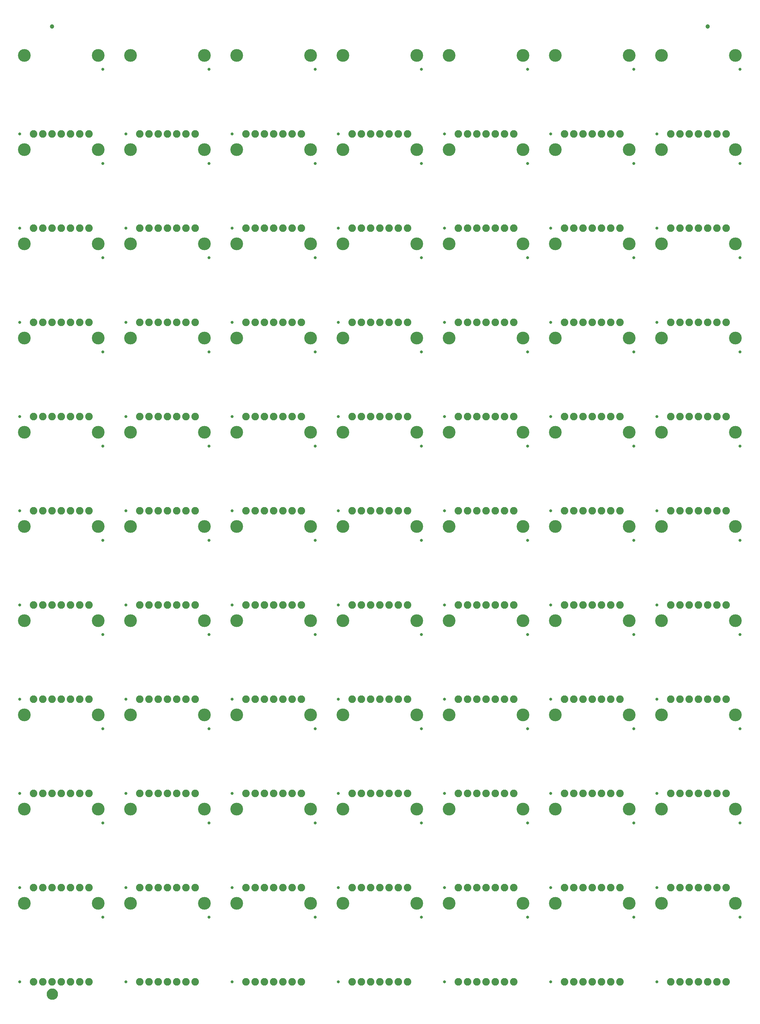
<source format=gbs>
G75*
%MOIN*%
%OFA0B0*%
%FSLAX25Y25*%
%IPPOS*%
%LPD*%
%AMOC8*
5,1,8,0,0,1.08239X$1,22.5*
%
%ADD10C,0.13800*%
%ADD11C,0.03300*%
%ADD12C,0.08200*%
%ADD13C,0.04737*%
%ADD14C,0.05000*%
%ADD15C,0.06706*%
D10*
X0051500Y0118500D03*
X0051500Y0220500D03*
X0131500Y0220500D03*
X0166500Y0220500D03*
X0246500Y0220500D03*
X0281500Y0220500D03*
X0361500Y0220500D03*
X0396500Y0220500D03*
X0476500Y0220500D03*
X0511500Y0220500D03*
X0591500Y0220500D03*
X0626500Y0220500D03*
X0706500Y0220500D03*
X0741500Y0220500D03*
X0741500Y0118500D03*
X0706500Y0118500D03*
X0626500Y0118500D03*
X0591500Y0118500D03*
X0511500Y0118500D03*
X0476500Y0118500D03*
X0396500Y0118500D03*
X0361500Y0118500D03*
X0281500Y0118500D03*
X0246500Y0118500D03*
X0166500Y0118500D03*
X0131500Y0118500D03*
X0131500Y0322500D03*
X0166500Y0322500D03*
X0246500Y0322500D03*
X0281500Y0322500D03*
X0361500Y0322500D03*
X0396500Y0322500D03*
X0476500Y0322500D03*
X0511500Y0322500D03*
X0591500Y0322500D03*
X0626500Y0322500D03*
X0706500Y0322500D03*
X0741500Y0322500D03*
X0741500Y0424500D03*
X0706500Y0424500D03*
X0626500Y0424500D03*
X0591500Y0424500D03*
X0511500Y0424500D03*
X0476500Y0424500D03*
X0396500Y0424500D03*
X0361500Y0424500D03*
X0281500Y0424500D03*
X0246500Y0424500D03*
X0166500Y0424500D03*
X0131500Y0424500D03*
X0131500Y0526500D03*
X0166500Y0526500D03*
X0246500Y0526500D03*
X0281500Y0526500D03*
X0361500Y0526500D03*
X0396500Y0526500D03*
X0476500Y0526500D03*
X0511500Y0526500D03*
X0591500Y0526500D03*
X0626500Y0526500D03*
X0706500Y0526500D03*
X0741500Y0526500D03*
X0821500Y0526500D03*
X0821500Y0424500D03*
X0821500Y0322500D03*
X0821500Y0220500D03*
X0821500Y0118500D03*
X0821500Y0628500D03*
X0821500Y0730500D03*
X0741500Y0730500D03*
X0706500Y0730500D03*
X0626500Y0730500D03*
X0591500Y0730500D03*
X0511500Y0730500D03*
X0476500Y0730500D03*
X0396500Y0730500D03*
X0361500Y0730500D03*
X0281500Y0730500D03*
X0246500Y0730500D03*
X0166500Y0730500D03*
X0131500Y0730500D03*
X0131500Y0628500D03*
X0166500Y0628500D03*
X0246500Y0628500D03*
X0281500Y0628500D03*
X0361500Y0628500D03*
X0396500Y0628500D03*
X0476500Y0628500D03*
X0511500Y0628500D03*
X0591500Y0628500D03*
X0626500Y0628500D03*
X0706500Y0628500D03*
X0741500Y0628500D03*
X0741500Y0832500D03*
X0706500Y0832500D03*
X0626500Y0832500D03*
X0591500Y0832500D03*
X0511500Y0832500D03*
X0476500Y0832500D03*
X0396500Y0832500D03*
X0361500Y0832500D03*
X0281500Y0832500D03*
X0246500Y0832500D03*
X0166500Y0832500D03*
X0131500Y0832500D03*
X0131500Y0934500D03*
X0166500Y0934500D03*
X0246500Y0934500D03*
X0281500Y0934500D03*
X0361500Y0934500D03*
X0396500Y0934500D03*
X0476500Y0934500D03*
X0511500Y0934500D03*
X0591500Y0934500D03*
X0626500Y0934500D03*
X0706500Y0934500D03*
X0741500Y0934500D03*
X0821500Y0934500D03*
X0821500Y0832500D03*
X0821500Y1036500D03*
X0741500Y1036500D03*
X0706500Y1036500D03*
X0626500Y1036500D03*
X0591500Y1036500D03*
X0511500Y1036500D03*
X0476500Y1036500D03*
X0396500Y1036500D03*
X0361500Y1036500D03*
X0281500Y1036500D03*
X0246500Y1036500D03*
X0166500Y1036500D03*
X0131500Y1036500D03*
X0051500Y1036500D03*
X0051500Y0934500D03*
X0051500Y0832500D03*
X0051500Y0730500D03*
X0051500Y0628500D03*
X0051500Y0526500D03*
X0051500Y0424500D03*
X0051500Y0322500D03*
D11*
X0046500Y0033500D03*
X0046500Y0135500D03*
X0136500Y0103500D03*
X0161500Y0135500D03*
X0136500Y0205500D03*
X0161500Y0237500D03*
X0136500Y0307500D03*
X0161500Y0339500D03*
X0136500Y0409500D03*
X0161500Y0441500D03*
X0136500Y0511500D03*
X0161500Y0543500D03*
X0136500Y0613500D03*
X0161500Y0645500D03*
X0136500Y0715500D03*
X0161500Y0747500D03*
X0136500Y0817500D03*
X0161500Y0849500D03*
X0136500Y0919500D03*
X0161500Y0951500D03*
X0136500Y1021500D03*
X0046500Y0951500D03*
X0046500Y0849500D03*
X0046500Y0747500D03*
X0046500Y0645500D03*
X0046500Y0543500D03*
X0046500Y0441500D03*
X0046500Y0339500D03*
X0046500Y0237500D03*
X0161500Y0033500D03*
X0251500Y0103500D03*
X0276500Y0135500D03*
X0251500Y0205500D03*
X0276500Y0237500D03*
X0251500Y0307500D03*
X0276500Y0339500D03*
X0251500Y0409500D03*
X0276500Y0441500D03*
X0251500Y0511500D03*
X0276500Y0543500D03*
X0251500Y0613500D03*
X0276500Y0645500D03*
X0251500Y0715500D03*
X0276500Y0747500D03*
X0251500Y0817500D03*
X0276500Y0849500D03*
X0251500Y0919500D03*
X0276500Y0951500D03*
X0251500Y1021500D03*
X0366500Y1021500D03*
X0391500Y0951500D03*
X0366500Y0919500D03*
X0391500Y0849500D03*
X0366500Y0817500D03*
X0391500Y0747500D03*
X0366500Y0715500D03*
X0391500Y0645500D03*
X0366500Y0613500D03*
X0391500Y0543500D03*
X0366500Y0511500D03*
X0391500Y0441500D03*
X0366500Y0409500D03*
X0391500Y0339500D03*
X0366500Y0307500D03*
X0391500Y0237500D03*
X0366500Y0205500D03*
X0391500Y0135500D03*
X0366500Y0103500D03*
X0391500Y0033500D03*
X0481500Y0103500D03*
X0506500Y0135500D03*
X0481500Y0205500D03*
X0506500Y0237500D03*
X0481500Y0307500D03*
X0506500Y0339500D03*
X0481500Y0409500D03*
X0506500Y0441500D03*
X0481500Y0511500D03*
X0506500Y0543500D03*
X0481500Y0613500D03*
X0506500Y0645500D03*
X0481500Y0715500D03*
X0506500Y0747500D03*
X0481500Y0817500D03*
X0506500Y0849500D03*
X0481500Y0919500D03*
X0506500Y0951500D03*
X0481500Y1021500D03*
X0596500Y1021500D03*
X0621500Y0951500D03*
X0596500Y0919500D03*
X0621500Y0849500D03*
X0596500Y0817500D03*
X0621500Y0747500D03*
X0596500Y0715500D03*
X0621500Y0645500D03*
X0596500Y0613500D03*
X0621500Y0543500D03*
X0596500Y0511500D03*
X0621500Y0441500D03*
X0596500Y0409500D03*
X0621500Y0339500D03*
X0596500Y0307500D03*
X0621500Y0237500D03*
X0596500Y0205500D03*
X0621500Y0135500D03*
X0596500Y0103500D03*
X0621500Y0033500D03*
X0711500Y0103500D03*
X0736500Y0135500D03*
X0711500Y0205500D03*
X0736500Y0237500D03*
X0711500Y0307500D03*
X0736500Y0339500D03*
X0711500Y0409500D03*
X0736500Y0441500D03*
X0711500Y0511500D03*
X0736500Y0543500D03*
X0711500Y0613500D03*
X0736500Y0645500D03*
X0711500Y0715500D03*
X0736500Y0747500D03*
X0711500Y0817500D03*
X0736500Y0849500D03*
X0711500Y0919500D03*
X0736500Y0951500D03*
X0711500Y1021500D03*
X0826500Y1021500D03*
X0826500Y0919500D03*
X0826500Y0817500D03*
X0826500Y0715500D03*
X0826500Y0613500D03*
X0826500Y0511500D03*
X0826500Y0409500D03*
X0826500Y0307500D03*
X0826500Y0205500D03*
X0826500Y0103500D03*
X0736500Y0033500D03*
X0506500Y0033500D03*
X0276500Y0033500D03*
D12*
X0291500Y0033500D03*
X0301500Y0033500D03*
X0311500Y0033500D03*
X0321500Y0033500D03*
X0331500Y0033500D03*
X0341500Y0033500D03*
X0351500Y0033500D03*
X0406500Y0033500D03*
X0416500Y0033500D03*
X0426500Y0033500D03*
X0436500Y0033500D03*
X0446500Y0033500D03*
X0456500Y0033500D03*
X0466500Y0033500D03*
X0521500Y0033500D03*
X0531500Y0033500D03*
X0541500Y0033500D03*
X0551500Y0033500D03*
X0561500Y0033500D03*
X0571500Y0033500D03*
X0581500Y0033500D03*
X0636500Y0033500D03*
X0646500Y0033500D03*
X0656500Y0033500D03*
X0666500Y0033500D03*
X0676500Y0033500D03*
X0686500Y0033500D03*
X0696500Y0033500D03*
X0751500Y0033500D03*
X0761500Y0033500D03*
X0771500Y0033500D03*
X0781500Y0033500D03*
X0791500Y0033500D03*
X0801500Y0033500D03*
X0811500Y0033500D03*
X0811500Y0135500D03*
X0801500Y0135500D03*
X0791500Y0135500D03*
X0781500Y0135500D03*
X0771500Y0135500D03*
X0761500Y0135500D03*
X0751500Y0135500D03*
X0696500Y0135500D03*
X0686500Y0135500D03*
X0676500Y0135500D03*
X0666500Y0135500D03*
X0656500Y0135500D03*
X0646500Y0135500D03*
X0636500Y0135500D03*
X0581500Y0135500D03*
X0571500Y0135500D03*
X0561500Y0135500D03*
X0551500Y0135500D03*
X0541500Y0135500D03*
X0531500Y0135500D03*
X0521500Y0135500D03*
X0466500Y0135500D03*
X0456500Y0135500D03*
X0446500Y0135500D03*
X0436500Y0135500D03*
X0426500Y0135500D03*
X0416500Y0135500D03*
X0406500Y0135500D03*
X0351500Y0135500D03*
X0341500Y0135500D03*
X0331500Y0135500D03*
X0321500Y0135500D03*
X0311500Y0135500D03*
X0301500Y0135500D03*
X0291500Y0135500D03*
X0236500Y0135500D03*
X0226500Y0135500D03*
X0216500Y0135500D03*
X0206500Y0135500D03*
X0196500Y0135500D03*
X0186500Y0135500D03*
X0176500Y0135500D03*
X0121500Y0135500D03*
X0111500Y0135500D03*
X0101500Y0135500D03*
X0091500Y0135500D03*
X0081500Y0135500D03*
X0071500Y0135500D03*
X0061500Y0135500D03*
X0061500Y0033500D03*
X0071500Y0033500D03*
X0081500Y0033500D03*
X0091500Y0033500D03*
X0101500Y0033500D03*
X0111500Y0033500D03*
X0121500Y0033500D03*
X0176500Y0033500D03*
X0186500Y0033500D03*
X0196500Y0033500D03*
X0206500Y0033500D03*
X0216500Y0033500D03*
X0226500Y0033500D03*
X0236500Y0033500D03*
X0236500Y0237500D03*
X0226500Y0237500D03*
X0216500Y0237500D03*
X0206500Y0237500D03*
X0196500Y0237500D03*
X0186500Y0237500D03*
X0176500Y0237500D03*
X0121500Y0237500D03*
X0111500Y0237500D03*
X0101500Y0237500D03*
X0091500Y0237500D03*
X0081500Y0237500D03*
X0071500Y0237500D03*
X0061500Y0237500D03*
X0061500Y0339500D03*
X0071500Y0339500D03*
X0081500Y0339500D03*
X0091500Y0339500D03*
X0101500Y0339500D03*
X0111500Y0339500D03*
X0121500Y0339500D03*
X0176500Y0339500D03*
X0186500Y0339500D03*
X0196500Y0339500D03*
X0206500Y0339500D03*
X0216500Y0339500D03*
X0226500Y0339500D03*
X0236500Y0339500D03*
X0291500Y0339500D03*
X0301500Y0339500D03*
X0311500Y0339500D03*
X0321500Y0339500D03*
X0331500Y0339500D03*
X0341500Y0339500D03*
X0351500Y0339500D03*
X0406500Y0339500D03*
X0416500Y0339500D03*
X0426500Y0339500D03*
X0436500Y0339500D03*
X0446500Y0339500D03*
X0456500Y0339500D03*
X0466500Y0339500D03*
X0521500Y0339500D03*
X0531500Y0339500D03*
X0541500Y0339500D03*
X0551500Y0339500D03*
X0561500Y0339500D03*
X0571500Y0339500D03*
X0581500Y0339500D03*
X0636500Y0339500D03*
X0646500Y0339500D03*
X0656500Y0339500D03*
X0666500Y0339500D03*
X0676500Y0339500D03*
X0686500Y0339500D03*
X0696500Y0339500D03*
X0751500Y0339500D03*
X0761500Y0339500D03*
X0771500Y0339500D03*
X0781500Y0339500D03*
X0791500Y0339500D03*
X0801500Y0339500D03*
X0811500Y0339500D03*
X0811500Y0237500D03*
X0801500Y0237500D03*
X0791500Y0237500D03*
X0781500Y0237500D03*
X0771500Y0237500D03*
X0761500Y0237500D03*
X0751500Y0237500D03*
X0696500Y0237500D03*
X0686500Y0237500D03*
X0676500Y0237500D03*
X0666500Y0237500D03*
X0656500Y0237500D03*
X0646500Y0237500D03*
X0636500Y0237500D03*
X0581500Y0237500D03*
X0571500Y0237500D03*
X0561500Y0237500D03*
X0551500Y0237500D03*
X0541500Y0237500D03*
X0531500Y0237500D03*
X0521500Y0237500D03*
X0466500Y0237500D03*
X0456500Y0237500D03*
X0446500Y0237500D03*
X0436500Y0237500D03*
X0426500Y0237500D03*
X0416500Y0237500D03*
X0406500Y0237500D03*
X0351500Y0237500D03*
X0341500Y0237500D03*
X0331500Y0237500D03*
X0321500Y0237500D03*
X0311500Y0237500D03*
X0301500Y0237500D03*
X0291500Y0237500D03*
X0291500Y0441500D03*
X0301500Y0441500D03*
X0311500Y0441500D03*
X0321500Y0441500D03*
X0331500Y0441500D03*
X0341500Y0441500D03*
X0351500Y0441500D03*
X0406500Y0441500D03*
X0416500Y0441500D03*
X0426500Y0441500D03*
X0436500Y0441500D03*
X0446500Y0441500D03*
X0456500Y0441500D03*
X0466500Y0441500D03*
X0521500Y0441500D03*
X0531500Y0441500D03*
X0541500Y0441500D03*
X0551500Y0441500D03*
X0561500Y0441500D03*
X0571500Y0441500D03*
X0581500Y0441500D03*
X0636500Y0441500D03*
X0646500Y0441500D03*
X0656500Y0441500D03*
X0666500Y0441500D03*
X0676500Y0441500D03*
X0686500Y0441500D03*
X0696500Y0441500D03*
X0751500Y0441500D03*
X0761500Y0441500D03*
X0771500Y0441500D03*
X0781500Y0441500D03*
X0791500Y0441500D03*
X0801500Y0441500D03*
X0811500Y0441500D03*
X0811500Y0543500D03*
X0801500Y0543500D03*
X0791500Y0543500D03*
X0781500Y0543500D03*
X0771500Y0543500D03*
X0761500Y0543500D03*
X0751500Y0543500D03*
X0696500Y0543500D03*
X0686500Y0543500D03*
X0676500Y0543500D03*
X0666500Y0543500D03*
X0656500Y0543500D03*
X0646500Y0543500D03*
X0636500Y0543500D03*
X0581500Y0543500D03*
X0571500Y0543500D03*
X0561500Y0543500D03*
X0551500Y0543500D03*
X0541500Y0543500D03*
X0531500Y0543500D03*
X0521500Y0543500D03*
X0466500Y0543500D03*
X0456500Y0543500D03*
X0446500Y0543500D03*
X0436500Y0543500D03*
X0426500Y0543500D03*
X0416500Y0543500D03*
X0406500Y0543500D03*
X0351500Y0543500D03*
X0341500Y0543500D03*
X0331500Y0543500D03*
X0321500Y0543500D03*
X0311500Y0543500D03*
X0301500Y0543500D03*
X0291500Y0543500D03*
X0236500Y0543500D03*
X0226500Y0543500D03*
X0216500Y0543500D03*
X0206500Y0543500D03*
X0196500Y0543500D03*
X0186500Y0543500D03*
X0176500Y0543500D03*
X0121500Y0543500D03*
X0111500Y0543500D03*
X0101500Y0543500D03*
X0091500Y0543500D03*
X0081500Y0543500D03*
X0071500Y0543500D03*
X0061500Y0543500D03*
X0061500Y0441500D03*
X0071500Y0441500D03*
X0081500Y0441500D03*
X0091500Y0441500D03*
X0101500Y0441500D03*
X0111500Y0441500D03*
X0121500Y0441500D03*
X0176500Y0441500D03*
X0186500Y0441500D03*
X0196500Y0441500D03*
X0206500Y0441500D03*
X0216500Y0441500D03*
X0226500Y0441500D03*
X0236500Y0441500D03*
X0236500Y0645500D03*
X0226500Y0645500D03*
X0216500Y0645500D03*
X0206500Y0645500D03*
X0196500Y0645500D03*
X0186500Y0645500D03*
X0176500Y0645500D03*
X0121500Y0645500D03*
X0111500Y0645500D03*
X0101500Y0645500D03*
X0091500Y0645500D03*
X0081500Y0645500D03*
X0071500Y0645500D03*
X0061500Y0645500D03*
X0061500Y0747500D03*
X0071500Y0747500D03*
X0081500Y0747500D03*
X0091500Y0747500D03*
X0101500Y0747500D03*
X0111500Y0747500D03*
X0121500Y0747500D03*
X0176500Y0747500D03*
X0186500Y0747500D03*
X0196500Y0747500D03*
X0206500Y0747500D03*
X0216500Y0747500D03*
X0226500Y0747500D03*
X0236500Y0747500D03*
X0291500Y0747500D03*
X0301500Y0747500D03*
X0311500Y0747500D03*
X0321500Y0747500D03*
X0331500Y0747500D03*
X0341500Y0747500D03*
X0351500Y0747500D03*
X0406500Y0747500D03*
X0416500Y0747500D03*
X0426500Y0747500D03*
X0436500Y0747500D03*
X0446500Y0747500D03*
X0456500Y0747500D03*
X0466500Y0747500D03*
X0521500Y0747500D03*
X0531500Y0747500D03*
X0541500Y0747500D03*
X0551500Y0747500D03*
X0561500Y0747500D03*
X0571500Y0747500D03*
X0581500Y0747500D03*
X0636500Y0747500D03*
X0646500Y0747500D03*
X0656500Y0747500D03*
X0666500Y0747500D03*
X0676500Y0747500D03*
X0686500Y0747500D03*
X0696500Y0747500D03*
X0751500Y0747500D03*
X0761500Y0747500D03*
X0771500Y0747500D03*
X0781500Y0747500D03*
X0791500Y0747500D03*
X0801500Y0747500D03*
X0811500Y0747500D03*
X0811500Y0645500D03*
X0801500Y0645500D03*
X0791500Y0645500D03*
X0781500Y0645500D03*
X0771500Y0645500D03*
X0761500Y0645500D03*
X0751500Y0645500D03*
X0696500Y0645500D03*
X0686500Y0645500D03*
X0676500Y0645500D03*
X0666500Y0645500D03*
X0656500Y0645500D03*
X0646500Y0645500D03*
X0636500Y0645500D03*
X0581500Y0645500D03*
X0571500Y0645500D03*
X0561500Y0645500D03*
X0551500Y0645500D03*
X0541500Y0645500D03*
X0531500Y0645500D03*
X0521500Y0645500D03*
X0466500Y0645500D03*
X0456500Y0645500D03*
X0446500Y0645500D03*
X0436500Y0645500D03*
X0426500Y0645500D03*
X0416500Y0645500D03*
X0406500Y0645500D03*
X0351500Y0645500D03*
X0341500Y0645500D03*
X0331500Y0645500D03*
X0321500Y0645500D03*
X0311500Y0645500D03*
X0301500Y0645500D03*
X0291500Y0645500D03*
X0291500Y0849500D03*
X0301500Y0849500D03*
X0311500Y0849500D03*
X0321500Y0849500D03*
X0331500Y0849500D03*
X0341500Y0849500D03*
X0351500Y0849500D03*
X0406500Y0849500D03*
X0416500Y0849500D03*
X0426500Y0849500D03*
X0436500Y0849500D03*
X0446500Y0849500D03*
X0456500Y0849500D03*
X0466500Y0849500D03*
X0521500Y0849500D03*
X0531500Y0849500D03*
X0541500Y0849500D03*
X0551500Y0849500D03*
X0561500Y0849500D03*
X0571500Y0849500D03*
X0581500Y0849500D03*
X0636500Y0849500D03*
X0646500Y0849500D03*
X0656500Y0849500D03*
X0666500Y0849500D03*
X0676500Y0849500D03*
X0686500Y0849500D03*
X0696500Y0849500D03*
X0751500Y0849500D03*
X0761500Y0849500D03*
X0771500Y0849500D03*
X0781500Y0849500D03*
X0791500Y0849500D03*
X0801500Y0849500D03*
X0811500Y0849500D03*
X0811500Y0951500D03*
X0801500Y0951500D03*
X0791500Y0951500D03*
X0781500Y0951500D03*
X0771500Y0951500D03*
X0761500Y0951500D03*
X0751500Y0951500D03*
X0696500Y0951500D03*
X0686500Y0951500D03*
X0676500Y0951500D03*
X0666500Y0951500D03*
X0656500Y0951500D03*
X0646500Y0951500D03*
X0636500Y0951500D03*
X0581500Y0951500D03*
X0571500Y0951500D03*
X0561500Y0951500D03*
X0551500Y0951500D03*
X0541500Y0951500D03*
X0531500Y0951500D03*
X0521500Y0951500D03*
X0466500Y0951500D03*
X0456500Y0951500D03*
X0446500Y0951500D03*
X0436500Y0951500D03*
X0426500Y0951500D03*
X0416500Y0951500D03*
X0406500Y0951500D03*
X0351500Y0951500D03*
X0341500Y0951500D03*
X0331500Y0951500D03*
X0321500Y0951500D03*
X0311500Y0951500D03*
X0301500Y0951500D03*
X0291500Y0951500D03*
X0236500Y0951500D03*
X0226500Y0951500D03*
X0216500Y0951500D03*
X0206500Y0951500D03*
X0196500Y0951500D03*
X0186500Y0951500D03*
X0176500Y0951500D03*
X0121500Y0951500D03*
X0111500Y0951500D03*
X0101500Y0951500D03*
X0091500Y0951500D03*
X0081500Y0951500D03*
X0071500Y0951500D03*
X0061500Y0951500D03*
X0061500Y0849500D03*
X0071500Y0849500D03*
X0081500Y0849500D03*
X0091500Y0849500D03*
X0101500Y0849500D03*
X0111500Y0849500D03*
X0121500Y0849500D03*
X0176500Y0849500D03*
X0186500Y0849500D03*
X0196500Y0849500D03*
X0206500Y0849500D03*
X0216500Y0849500D03*
X0226500Y0849500D03*
X0236500Y0849500D03*
D13*
X0081500Y1067750D03*
X0791500Y1067750D03*
D14*
X0077935Y0020250D02*
X0077937Y0020369D01*
X0077943Y0020488D01*
X0077953Y0020607D01*
X0077967Y0020725D01*
X0077985Y0020843D01*
X0078006Y0020960D01*
X0078032Y0021076D01*
X0078062Y0021192D01*
X0078095Y0021306D01*
X0078132Y0021419D01*
X0078173Y0021531D01*
X0078218Y0021642D01*
X0078266Y0021751D01*
X0078318Y0021858D01*
X0078374Y0021963D01*
X0078433Y0022067D01*
X0078495Y0022168D01*
X0078561Y0022268D01*
X0078630Y0022365D01*
X0078702Y0022459D01*
X0078778Y0022552D01*
X0078856Y0022641D01*
X0078937Y0022728D01*
X0079022Y0022813D01*
X0079109Y0022894D01*
X0079198Y0022972D01*
X0079291Y0023048D01*
X0079385Y0023120D01*
X0079482Y0023189D01*
X0079582Y0023255D01*
X0079683Y0023317D01*
X0079787Y0023376D01*
X0079892Y0023432D01*
X0079999Y0023484D01*
X0080108Y0023532D01*
X0080219Y0023577D01*
X0080331Y0023618D01*
X0080444Y0023655D01*
X0080558Y0023688D01*
X0080674Y0023718D01*
X0080790Y0023744D01*
X0080907Y0023765D01*
X0081025Y0023783D01*
X0081143Y0023797D01*
X0081262Y0023807D01*
X0081381Y0023813D01*
X0081500Y0023815D01*
X0081619Y0023813D01*
X0081738Y0023807D01*
X0081857Y0023797D01*
X0081975Y0023783D01*
X0082093Y0023765D01*
X0082210Y0023744D01*
X0082326Y0023718D01*
X0082442Y0023688D01*
X0082556Y0023655D01*
X0082669Y0023618D01*
X0082781Y0023577D01*
X0082892Y0023532D01*
X0083001Y0023484D01*
X0083108Y0023432D01*
X0083213Y0023376D01*
X0083317Y0023317D01*
X0083418Y0023255D01*
X0083518Y0023189D01*
X0083615Y0023120D01*
X0083709Y0023048D01*
X0083802Y0022972D01*
X0083891Y0022894D01*
X0083978Y0022813D01*
X0084063Y0022728D01*
X0084144Y0022641D01*
X0084222Y0022552D01*
X0084298Y0022459D01*
X0084370Y0022365D01*
X0084439Y0022268D01*
X0084505Y0022168D01*
X0084567Y0022067D01*
X0084626Y0021963D01*
X0084682Y0021858D01*
X0084734Y0021751D01*
X0084782Y0021642D01*
X0084827Y0021531D01*
X0084868Y0021419D01*
X0084905Y0021306D01*
X0084938Y0021192D01*
X0084968Y0021076D01*
X0084994Y0020960D01*
X0085015Y0020843D01*
X0085033Y0020725D01*
X0085047Y0020607D01*
X0085057Y0020488D01*
X0085063Y0020369D01*
X0085065Y0020250D01*
X0085063Y0020131D01*
X0085057Y0020012D01*
X0085047Y0019893D01*
X0085033Y0019775D01*
X0085015Y0019657D01*
X0084994Y0019540D01*
X0084968Y0019424D01*
X0084938Y0019308D01*
X0084905Y0019194D01*
X0084868Y0019081D01*
X0084827Y0018969D01*
X0084782Y0018858D01*
X0084734Y0018749D01*
X0084682Y0018642D01*
X0084626Y0018537D01*
X0084567Y0018433D01*
X0084505Y0018332D01*
X0084439Y0018232D01*
X0084370Y0018135D01*
X0084298Y0018041D01*
X0084222Y0017948D01*
X0084144Y0017859D01*
X0084063Y0017772D01*
X0083978Y0017687D01*
X0083891Y0017606D01*
X0083802Y0017528D01*
X0083709Y0017452D01*
X0083615Y0017380D01*
X0083518Y0017311D01*
X0083418Y0017245D01*
X0083317Y0017183D01*
X0083213Y0017124D01*
X0083108Y0017068D01*
X0083001Y0017016D01*
X0082892Y0016968D01*
X0082781Y0016923D01*
X0082669Y0016882D01*
X0082556Y0016845D01*
X0082442Y0016812D01*
X0082326Y0016782D01*
X0082210Y0016756D01*
X0082093Y0016735D01*
X0081975Y0016717D01*
X0081857Y0016703D01*
X0081738Y0016693D01*
X0081619Y0016687D01*
X0081500Y0016685D01*
X0081381Y0016687D01*
X0081262Y0016693D01*
X0081143Y0016703D01*
X0081025Y0016717D01*
X0080907Y0016735D01*
X0080790Y0016756D01*
X0080674Y0016782D01*
X0080558Y0016812D01*
X0080444Y0016845D01*
X0080331Y0016882D01*
X0080219Y0016923D01*
X0080108Y0016968D01*
X0079999Y0017016D01*
X0079892Y0017068D01*
X0079787Y0017124D01*
X0079683Y0017183D01*
X0079582Y0017245D01*
X0079482Y0017311D01*
X0079385Y0017380D01*
X0079291Y0017452D01*
X0079198Y0017528D01*
X0079109Y0017606D01*
X0079022Y0017687D01*
X0078937Y0017772D01*
X0078856Y0017859D01*
X0078778Y0017948D01*
X0078702Y0018041D01*
X0078630Y0018135D01*
X0078561Y0018232D01*
X0078495Y0018332D01*
X0078433Y0018433D01*
X0078374Y0018537D01*
X0078318Y0018642D01*
X0078266Y0018749D01*
X0078218Y0018858D01*
X0078173Y0018969D01*
X0078132Y0019081D01*
X0078095Y0019194D01*
X0078062Y0019308D01*
X0078032Y0019424D01*
X0078006Y0019540D01*
X0077985Y0019657D01*
X0077967Y0019775D01*
X0077953Y0019893D01*
X0077943Y0020012D01*
X0077937Y0020131D01*
X0077935Y0020250D01*
D15*
X0081500Y0020250D03*
M02*

</source>
